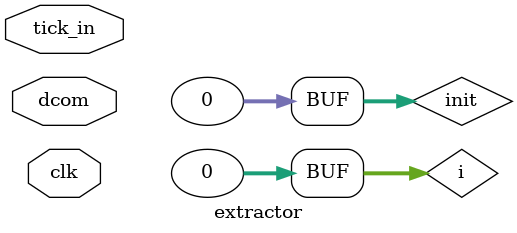
<source format=v>
`include "receiver.v"
`include "refer.v"
`include "issue.v"
`include "transfer.v"
`include "create.v"

module extractor (
    input dcom,
    input clk,
    input tick_in
);
    wire [7:0] bus;
    reg [7:0] packet [12:0];
    integer i;
    integer init;
    integer flag;
    reg [7:0] ref_a;
    reg [7:0] isu_a;
    reg [7:0] crt_a;
    reg [7:0] tfr_a;
    wire [7:0] bus_create;
    wire [7:0] bus_issue;
    wire [7:0] bus_refer;
    wire [7:0] bus_transfer;

    assign bus_create[0] = bus[0] & crt_a[0];
    assign bus_create[1] = bus[1] & crt_a[1];
    assign bus_create[2] = bus[2] & crt_a[2];
    assign bus_create[3] = bus[3] & crt_a[3];
    assign bus_create[4] = bus[4] & crt_a[4];
    assign bus_create[5] = bus[5] & crt_a[5];
    assign bus_create[6] = bus[6] & crt_a[6];
    assign bus_create[7] = bus[7] & crt_a[7];
    assign bus_issue[0] = bus[0] & isu_a[0];
    assign bus_issue[1] = bus[1] & isu_a[1];
    assign bus_issue[2] = bus[2] & isu_a[2];
    assign bus_issue[3] = bus[3] & isu_a[3];
    assign bus_issue[4] = bus[4] & isu_a[4];
    assign bus_issue[5] = bus[5] & isu_a[5];
    assign bus_issue[6] = bus[6] & isu_a[6];
    assign bus_issue[7] = bus[7] & isu_a[7];
    assign bus_refer[0] = bus[0] & ref_a[0];
    assign bus_refer[1] = bus[1] & ref_a[1];
    assign bus_refer[2] = bus[2] & ref_a[2];
    assign bus_refer[3] = bus[3] & ref_a[3];
    assign bus_refer[4] = bus[4] & ref_a[4];
    assign bus_refer[5] = bus[5] & ref_a[5];
    assign bus_refer[6] = bus[6] & ref_a[6];
    assign bus_refer[7] = bus[7] & ref_a[7];
    assign bus_transfer[0] = bus[0] & tfr_a[0];
    assign bus_transfer[1] = bus[1] & tfr_a[1];
    assign bus_transfer[2] = bus[2] & tfr_a[2];
    assign bus_transfer[3] = bus[3] & tfr_a[3];
    assign bus_transfer[4] = bus[4] & tfr_a[4];
    assign bus_transfer[5] = bus[5] & tfr_a[5];
    assign bus_transfer[6] = bus[6] & tfr_a[6];
    assign bus_transfer[7] = bus[7] & tfr_a[7];

    reciever rec(dcom, clk, tick_in, bus);

    refer ref(bus_refer);
    create crt(bus_create);
    issue isu(bus_issue);
    transfer tfr(bus_transfer);
    
    initial begin
        init <= 0;
        i <= 0;
        ref_a <= 0;
        isu_a <= 0;
        crt_a <= 0;
        tfr_a <= 0;
        flag <=0;
    end

    always@(bus) begin
        if(bus == 0 && flag == 0) begin
            //create
            crt_a <= 255;
            flag <= 1;
        end
        if(bus == 1 && flag == 0) begin
            //issue
            isu_a <= 255;
            flag <= 1;
        end
        if(bus == 2 && flag == 0) begin
            //transfer
            tfr_a <= 255;
            flag <= 1;
        end
        if(bus == 3 && flag == 0) begin
            //refer
            ref_a <= 255;
            flag <= 1;
        end
    end

    

endmodule
</source>
